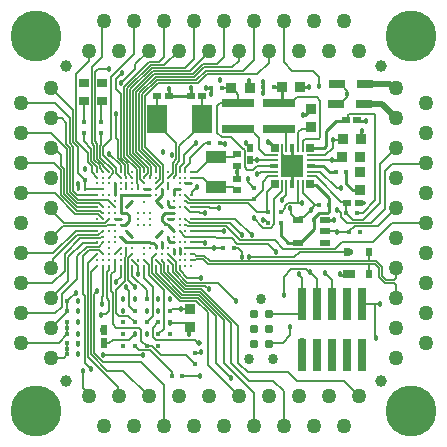
<source format=gtl>
G04*
G04 #@! TF.GenerationSoftware,Altium Limited,Altium Designer,23.0.1 (38)*
G04*
G04 Layer_Physical_Order=1*
G04 Layer_Color=39423*
%FSLAX25Y25*%
%MOIN*%
G70*
G04*
G04 #@! TF.SameCoordinates,619C4872-5915-4C8C-A9D0-E676BC56EADD*
G04*
G04*
G04 #@! TF.FilePolarity,Positive*
G04*
G01*
G75*
%ADD10C,0.02000*%
%ADD15C,0.00500*%
%ADD18C,0.00800*%
%ADD19R,0.05315X0.02756*%
%ADD20R,0.02362X0.02756*%
%ADD21R,0.04331X0.03150*%
%ADD22C,0.01200*%
%ADD23R,0.02559X0.01968*%
%ADD24R,0.06500X0.09449*%
%ADD25R,0.02362X0.03347*%
%ADD26R,0.02559X0.02559*%
%ADD27R,0.02559X0.02559*%
%ADD28R,0.07480X0.07480*%
%ADD29R,0.02756X0.00787*%
%ADD30R,0.02756X0.01575*%
%ADD31R,0.01575X0.02756*%
%ADD32R,0.00787X0.02756*%
%ADD33R,0.03740X0.03543*%
%ADD34R,0.10630X0.03150*%
%ADD35R,0.03543X0.03740*%
%ADD36R,0.01378X0.01772*%
%ADD37R,0.02900X0.11000*%
G04:AMPARAMS|DCode=38|XSize=29mil|YSize=110mil|CornerRadius=7.25mil|HoleSize=0mil|Usage=FLASHONLY|Rotation=0.000|XOffset=0mil|YOffset=0mil|HoleType=Round|Shape=RoundedRectangle|*
%AMROUNDEDRECTD38*
21,1,0.02900,0.09550,0,0,0.0*
21,1,0.01450,0.11000,0,0,0.0*
1,1,0.01450,0.00725,-0.04775*
1,1,0.01450,-0.00725,-0.04775*
1,1,0.01450,-0.00725,0.04775*
1,1,0.01450,0.00725,0.04775*
%
%ADD38ROUNDEDRECTD38*%
%ADD39R,0.03347X0.03150*%
%ADD40R,0.02756X0.02362*%
%ADD41R,0.07087X0.03937*%
%ADD42C,0.01457*%
%ADD43R,0.03347X0.02362*%
%ADD44R,0.01772X0.01378*%
%ADD45R,0.00984X0.01378*%
%ADD46R,0.01968X0.02559*%
%ADD80C,0.02000*%
%ADD81C,0.03100*%
%ADD82C,0.03937*%
%ADD83C,0.01000*%
%ADD84C,0.00600*%
%ADD85C,0.00500*%
%ADD86C,0.03400*%
%ADD87C,0.05000*%
%ADD88C,0.17000*%
%ADD89C,0.01800*%
D10*
X119412Y112321D02*
X125179D01*
X130000Y107500D01*
X129188Y117500D02*
X130000D01*
X119624Y118800D02*
X127888D01*
X129188Y117500D01*
D15*
X87418Y88118D02*
X89295D01*
X85667Y86367D02*
X87418Y88118D01*
X85667Y83667D02*
Y86367D01*
X78875Y123374D02*
X82500Y126999D01*
Y140000D01*
X27500Y126500D02*
Y130000D01*
X23312Y122312D02*
X27500Y126500D01*
X28541Y124541D02*
X32007Y128007D01*
Y139507D01*
X28541Y99264D02*
Y124541D01*
X23312Y100086D02*
Y122312D01*
X25600Y17552D02*
Y23300D01*
Y17552D02*
X27500Y15652D01*
Y15000D02*
Y15652D01*
X113452Y72542D02*
X121619D01*
X126300Y77223D02*
Y89823D01*
X121619Y72542D02*
X126300Y77223D01*
X31720Y42248D02*
X33234D01*
X40716Y41635D02*
X42850Y39500D01*
X44976Y33438D02*
X46787Y31626D01*
X44305Y37770D02*
X44976Y37099D01*
X31488Y42016D02*
X31720Y42248D01*
X37645Y41635D02*
X40716D01*
X36776Y42503D02*
Y50409D01*
X44976Y33438D02*
Y37099D01*
X36776Y42503D02*
X37645Y41635D01*
X38426Y119268D02*
X42990Y123832D01*
X36776Y120580D02*
X38704Y122508D01*
X42500Y128800D02*
Y140000D01*
X35000Y100582D02*
Y121300D01*
X38704Y122508D02*
Y122599D01*
X35000Y121300D02*
X42500Y128800D01*
X59508Y124268D02*
X62500Y127260D01*
Y140000D01*
X118856Y73542D02*
X124750Y79435D01*
X128777Y92300D02*
X139800D01*
X126300Y89823D02*
X128777Y92300D01*
X124750Y92250D02*
X130000Y97500D01*
X124750Y79435D02*
Y92250D01*
X129290Y53500D02*
X130000Y54210D01*
X125179Y55036D02*
Y57986D01*
X123372Y59793D02*
X125179Y57986D01*
Y55036D02*
X126714Y53500D01*
X129290D01*
X112494Y20006D02*
X117500Y15000D01*
X93970Y22853D02*
X96816Y20006D01*
X112494D01*
X81605Y80289D02*
X82092D01*
X82531Y80728D01*
X81603Y80287D02*
X81605Y80289D01*
X61366Y80287D02*
X81603D01*
X44862Y26238D02*
X52500Y18600D01*
Y5000D02*
Y18600D01*
X32295Y26238D02*
X44862D01*
X50071Y55920D02*
X58341Y47650D01*
X50071Y55920D02*
Y58118D01*
X63437Y46650D02*
X67225Y42861D01*
X64265Y48650D02*
X72500Y40415D01*
X48587Y55990D02*
X57927Y46650D01*
X63851Y47650D02*
X69866Y41635D01*
X49937Y58252D02*
X50071Y58118D01*
X58341Y47650D02*
X63851D01*
X57927Y46650D02*
X63437D01*
X58756Y48650D02*
X64265D01*
X69866Y25834D02*
Y41635D01*
X51524Y55881D02*
X58756Y48650D01*
X67225Y25275D02*
Y42861D01*
X48587Y55990D02*
Y60839D01*
X18631Y44741D02*
Y48956D01*
X23600Y53925D01*
Y61505D01*
X32409Y97991D02*
X35000Y100582D01*
X28541Y99264D02*
X29409Y98396D01*
X113359Y76199D02*
Y79287D01*
X113260Y76101D02*
X113359Y76199D01*
X113260Y75904D02*
Y76101D01*
X111804Y66126D02*
X122326D01*
X92390Y64044D02*
X109722D01*
X111804Y66126D01*
X57811Y70063D02*
X59774Y68100D01*
X69776D01*
X75322Y67485D02*
X77070Y65737D01*
X70391Y67485D02*
X75322D01*
X69776Y68100D02*
X70391Y67485D01*
X76349Y74000D02*
X81900Y68449D01*
X61748Y74000D02*
X76349D01*
X65593Y60635D02*
X67435Y58793D01*
X120778D01*
X67849Y59793D02*
X120937D01*
X66007Y61635D02*
X67849Y59793D01*
X63437Y61635D02*
X66007D01*
X63437Y60635D02*
X65593D01*
X66983Y122268D02*
X83770D01*
X87500Y125998D02*
Y130000D01*
X83770Y122268D02*
X87500Y125998D01*
X63353Y120268D02*
X66460Y123374D01*
X78875D01*
X63982Y119268D02*
X66983Y122268D01*
X16134Y82500D02*
X23107Y75527D01*
X32031Y75968D02*
X32221D01*
X31413Y76587D02*
X32031Y75968D01*
X23461Y76587D02*
X31413D01*
X23107Y75527D02*
X30634D01*
X32161Y74000D01*
X18250Y81798D02*
X23461Y76587D01*
X70680Y52650D02*
X76600Y46730D01*
X64568Y76095D02*
X65951D01*
X66200Y75846D01*
X46447Y97804D02*
Y115056D01*
X52287Y86193D02*
Y91964D01*
X46447Y97804D02*
X52287Y91964D01*
X43447Y96423D02*
Y116298D01*
X40570Y89273D02*
Y92229D01*
X38126Y89748D02*
Y91844D01*
X42447Y96009D02*
Y116713D01*
X38447Y94352D02*
X40570Y92229D01*
X40447Y95180D02*
X44600Y91027D01*
X45943Y89805D02*
X46000Y89748D01*
X42447Y96009D02*
X47350Y91106D01*
X39570Y88494D02*
Y91815D01*
X38447Y94352D02*
Y115711D01*
X37263Y94121D02*
Y100311D01*
X43447Y96423D02*
X48350Y91520D01*
X41447Y95595D02*
X45943Y91098D01*
Y89805D02*
Y91098D01*
X44447Y96837D02*
Y115884D01*
X45447Y97251D02*
X51287Y91411D01*
X44600Y87211D02*
Y91027D01*
X39447Y94766D02*
X43539Y90674D01*
X51287Y87161D02*
Y91411D01*
X47350Y89189D02*
Y91106D01*
X45447Y97251D02*
Y115470D01*
X41447Y95595D02*
Y117127D01*
X43539Y85914D02*
Y90674D01*
X44447Y96837D02*
X49937Y91347D01*
X48350Y88775D02*
Y91520D01*
X37263Y94121D02*
X39570Y91815D01*
X49937Y89748D02*
Y91347D01*
X40447Y95180D02*
Y117541D01*
X39447Y94766D02*
Y117955D01*
X34447Y95523D02*
X38126Y91844D01*
X34447Y95523D02*
Y95681D01*
X49937Y83842D02*
X52287Y86193D01*
X57811Y91126D02*
X59170Y92485D01*
Y95140D02*
X63437Y99406D01*
X59170Y92485D02*
Y95140D01*
X59780Y89748D02*
Y91094D01*
X61354Y92669D02*
Y94196D01*
X59780Y91094D02*
X61354Y92669D01*
Y94196D02*
X66336Y99178D01*
X67580D01*
X98497Y103955D02*
X100943D01*
X101448Y104460D01*
X77500Y126744D02*
Y130000D01*
X75355Y124599D02*
X77500Y126744D01*
X66098Y124599D02*
X75355D01*
X65684Y125599D02*
X70258D01*
X62352Y122268D02*
X65684Y125599D01*
X70258D02*
X72500Y127841D01*
X62766Y121268D02*
X66098Y124599D01*
X89438Y80702D02*
X91854Y83119D01*
Y85559D01*
X89438Y79219D02*
Y80702D01*
X101744Y76933D02*
Y77320D01*
X102173Y77749D01*
Y77803D02*
X103030Y78660D01*
X102173Y77749D02*
Y77803D01*
X103030Y78660D02*
X104106D01*
X98941Y82749D02*
Y85559D01*
Y82749D02*
X103030Y78660D01*
X104106D02*
X104225Y78541D01*
X99249Y74473D02*
X101710Y76933D01*
X97725Y74473D02*
X99249D01*
X97493Y74241D02*
X97725Y74473D01*
X94937Y75527D02*
X96922Y73542D01*
X94937Y75527D02*
Y77388D01*
X111507Y74487D02*
X113452Y72542D01*
X110575Y76933D02*
X111507Y76002D01*
Y74487D02*
Y76002D01*
X110380Y76933D02*
X110575D01*
X113260Y75904D02*
X115622Y73542D01*
X118856D01*
X122326Y66126D02*
X128700Y72500D01*
X130000Y47500D02*
Y51790D01*
X126300Y52500D02*
X129290D01*
X130000Y51790D01*
Y54210D02*
Y57500D01*
X124179Y54621D02*
X126300Y52500D01*
X124179Y54621D02*
Y57500D01*
X122886Y58793D02*
X124179Y57500D01*
X120778Y58793D02*
X122886D01*
X120937Y59793D02*
X123372D01*
X77411Y64200D02*
X78518Y63093D01*
X82750Y61404D02*
X83000Y61154D01*
X81100Y61443D02*
X81138Y61404D01*
X83000Y61154D02*
X96017D01*
X78518Y61523D02*
X78598Y61443D01*
X78518Y61523D02*
Y63093D01*
X120778Y58793D02*
X120937Y58634D01*
X81138Y61404D02*
X82750D01*
X120937Y55563D02*
Y58634D01*
Y59793D02*
Y63044D01*
X96017Y61154D02*
X97906Y63044D01*
X87257Y65737D02*
X90090Y62905D01*
X62882Y62189D02*
X63437Y61635D01*
X61748Y62189D02*
X62882D01*
X63022Y60220D02*
X63437Y60635D01*
X61748Y60220D02*
X63022D01*
X118667Y45542D02*
X118709Y45500D01*
X123000D01*
X124600D01*
X123000Y34500D02*
Y45500D01*
X123000Y45500D02*
X123000Y45500D01*
X94688Y35250D02*
Y37927D01*
X87938Y32754D02*
X92191D01*
X94688Y35250D01*
X87600Y32415D02*
X87938Y32754D01*
X36158Y62189D02*
X38126Y64157D01*
X36776Y50409D02*
X39520Y53153D01*
X5000Y102500D02*
X15100D01*
X20250Y97350D01*
X31409Y94437D02*
Y98405D01*
X32409Y95230D02*
Y97991D01*
X31773Y98769D02*
Y102688D01*
X31409Y98405D02*
X31773Y98769D01*
X29663Y99808D02*
Y122910D01*
X30409Y93960D02*
Y99063D01*
X29663Y99808D02*
X30409Y99063D01*
X29409Y93546D02*
Y98396D01*
X25800Y99943D02*
Y102657D01*
Y99943D02*
X28409Y97334D01*
Y93131D02*
Y97334D01*
X29663Y122910D02*
X30745Y123992D01*
X34107D01*
X28409Y93131D02*
X30118Y91422D01*
X32409Y95230D02*
X36776Y90863D01*
X29409Y93546D02*
X31118Y91836D01*
X30409Y93960D02*
X32298Y92071D01*
X31409Y94437D02*
X35539Y90307D01*
X27316Y92810D02*
X28541Y91585D01*
X27316Y92810D02*
Y96082D01*
X23312Y100086D02*
X27316Y96082D01*
X36776Y89130D02*
Y90863D01*
X28541Y89490D02*
Y91585D01*
X92500Y54697D02*
X95058Y57255D01*
X100061D01*
X77070Y65737D02*
X87257D01*
X77991Y66799D02*
X89635D01*
X92390Y64044D01*
X74661Y72500D02*
X78675Y68486D01*
Y68449D02*
Y68486D01*
X73290Y71500D02*
X77991Y66799D01*
X72287Y70063D02*
X72500Y69850D01*
X61748Y70063D02*
X72287D01*
X60501Y71500D02*
X73290D01*
X61279Y72500D02*
X74661D01*
X61748Y77937D02*
X67611D01*
X67911Y77637D01*
X55461Y92475D02*
X56775Y93789D01*
Y99264D01*
X62407Y102780D02*
X65408Y105780D01*
X62304Y102780D02*
X62407D01*
X57775Y93375D02*
Y98251D01*
X62304Y102780D01*
X65408Y105780D02*
Y107254D01*
X53447Y102592D02*
X56775Y99264D01*
X53447Y102592D02*
Y104254D01*
X56461Y92061D02*
X57775Y93375D01*
X56461Y88587D02*
Y92061D01*
X50417Y107284D02*
X53447Y104254D01*
X42990Y123832D02*
Y125490D01*
X47500Y130000D01*
X52500Y127800D02*
Y140000D01*
X50968Y126268D02*
X52500Y127800D01*
X72500Y127841D02*
Y140000D01*
X92500Y126319D02*
Y140000D01*
Y126319D02*
X95445Y123374D01*
X102244D01*
X104227Y121391D01*
Y118313D02*
Y121391D01*
X124042Y71542D02*
X130000Y77500D01*
X116135Y71542D02*
X124042D01*
X38126Y54765D02*
Y58252D01*
X36650Y53289D02*
X38126Y54765D01*
X34189Y56945D02*
Y58252D01*
X33635Y56391D02*
X34189Y56945D01*
X33635Y47506D02*
Y56391D01*
Y47506D02*
X34411Y46730D01*
X36650Y52937D02*
Y53289D01*
X35000Y50005D02*
Y55563D01*
Y50005D02*
X35650Y49355D01*
X35000Y55563D02*
X36158Y56721D01*
X46000Y54285D02*
X48968Y51317D01*
Y41681D02*
Y51317D01*
X46000Y54285D02*
Y58252D01*
X42063Y54848D02*
Y58252D01*
X46787Y47374D02*
Y50123D01*
X42063Y54848D02*
X46787Y50123D01*
X44032Y55600D02*
Y58252D01*
X52524Y37363D02*
Y50183D01*
X47587Y55120D02*
X52524Y50183D01*
X46787Y39500D02*
X48968Y41681D01*
X46787Y43413D02*
Y43437D01*
Y43413D02*
X46800Y43400D01*
X48968Y34462D02*
Y37744D01*
X50724Y39500D01*
X74900Y26084D02*
Y39429D01*
X80984Y20000D02*
X89091D01*
X74900Y26084D02*
X80984Y20000D01*
X60007Y51650D02*
X66427D01*
X67504Y50572D01*
X57811Y56817D02*
Y58252D01*
X60329Y54300D02*
X64862D01*
X57811Y56817D02*
X60329Y54300D01*
X55461Y56195D02*
Y58634D01*
X60421Y52650D02*
X70680D01*
X56461Y56609D02*
Y59661D01*
X59592Y50650D02*
X65093D01*
X52524Y56295D02*
Y59412D01*
X51524Y55881D02*
Y58634D01*
X55461Y56195D02*
X60007Y51650D01*
X53874Y56368D02*
Y58252D01*
X56461Y56609D02*
X60421Y52650D01*
X59170Y49650D02*
X64679D01*
X53874Y56368D02*
X59592Y50650D01*
X52524Y56295D02*
X59170Y49650D01*
X47587Y55120D02*
Y58634D01*
X53874Y60220D02*
X55461Y58634D01*
X53933Y62189D02*
X56461Y59661D01*
X53874Y62189D02*
X53933D01*
X22353Y83351D02*
Y98075D01*
X21162Y99266D02*
Y106088D01*
X20250Y82626D02*
Y97350D01*
X20112Y98902D02*
X21250Y97764D01*
X21162Y99266D02*
X22353Y98075D01*
X18631Y107500D02*
X20112Y106018D01*
X21250Y83040D02*
Y97764D01*
X20112Y98902D02*
Y106018D01*
X28316Y28803D02*
X33719Y23400D01*
X39100D01*
X47500Y15000D01*
X35650Y38897D02*
X36776Y37770D01*
X35650Y38897D02*
Y49355D01*
X40100Y51048D02*
Y51400D01*
X41056Y44987D02*
X42606Y43437D01*
X41056Y44987D02*
Y50092D01*
X40100Y51048D02*
X41056Y50092D01*
X101094Y56222D02*
X101362D01*
X100061Y57255D02*
X101094Y56222D01*
X98667Y45542D02*
Y54438D01*
X97500Y55604D02*
Y55605D01*
X101362Y56222D02*
X103667Y53917D01*
X97500Y55604D02*
X98667Y54438D01*
X75972Y64200D02*
X77411D01*
X92006Y80629D02*
X93429Y82051D01*
Y85559D01*
X92006Y80287D02*
Y80629D01*
X95740Y79225D02*
X97414D01*
X94004Y79287D02*
X95678D01*
X94688Y77637D02*
X94937Y77388D01*
X93038Y77448D02*
Y78320D01*
X95678Y79287D02*
X95740Y79225D01*
X97414D02*
Y85511D01*
X91835Y76245D02*
X93038Y77448D01*
Y78320D02*
X94004Y79287D01*
X97414Y79225D02*
X98631D01*
X61354Y76362D02*
X64300D01*
X64568Y76095D01*
X16297Y112500D02*
X21162Y107635D01*
X15000Y107500D02*
X18631D01*
X21162Y106088D02*
Y107635D01*
X34107Y123992D02*
X34151Y123948D01*
X26404Y84039D02*
X26601Y83842D01*
X32221D01*
Y48240D02*
Y58252D01*
X32194Y28672D02*
X32266Y28600D01*
X45477D01*
X31841Y47861D02*
X32221Y48240D01*
X31841Y45500D02*
Y47861D01*
X33234Y42248D02*
X34411Y43425D01*
Y46730D01*
X29316Y29217D02*
Y48856D01*
X30118Y49658D02*
Y49799D01*
X29316Y48856D02*
X30118Y49658D01*
X27316Y59253D02*
X30252Y62189D01*
X27316Y28006D02*
Y59253D01*
X26316Y25942D02*
X28158Y24100D01*
X25700Y48956D02*
X26316Y48340D01*
X27316Y28006D02*
X37365Y17957D01*
X28316Y56316D02*
X30252Y58252D01*
X28316Y28803D02*
Y56316D01*
X29316Y29217D02*
X32295Y26238D01*
X26316Y25942D02*
Y48340D01*
X48968Y34462D02*
X49830Y33600D01*
X62876D02*
X63961Y32515D01*
X64265D01*
X49830Y33600D02*
X62876D01*
X59959Y28600D02*
X62831Y25728D01*
X51660Y28600D02*
X59959D01*
X62831Y25728D02*
X63028D01*
X46787Y31626D02*
X48634D01*
X51660Y28600D01*
X44329Y30148D02*
X47918D01*
X55223Y22843D01*
Y21505D02*
Y22843D01*
X45477Y28600D02*
X45579Y28498D01*
X58772Y21500D02*
X64679D01*
X55223Y21505D02*
X55228Y21500D01*
X42850Y31626D02*
X44329Y30148D01*
X37365Y15135D02*
X37500Y15000D01*
X37365Y15135D02*
Y17957D01*
X21068Y47285D02*
X23134Y49351D01*
X20867Y47285D02*
X21068D01*
X20428Y46650D02*
Y46847D01*
X20867Y47285D01*
X20428Y43139D02*
Y46650D01*
Y30707D02*
Y32500D01*
Y29000D02*
Y30707D01*
Y28803D02*
Y29000D01*
X20428Y32500D02*
X20428Y32500D01*
Y37534D02*
Y39500D01*
Y35648D02*
Y37534D01*
Y35451D02*
Y35648D01*
X20428Y39500D02*
X20428Y39500D01*
X16390Y42500D02*
X18631Y44741D01*
X27752Y63539D02*
X30871D01*
X25700Y61487D02*
X27752Y63539D01*
X23600Y61505D02*
X26795Y64700D01*
X30795D01*
X20650Y53150D02*
Y61154D01*
X25497Y66001D01*
X30127D01*
X24775Y67485D02*
X31421D01*
X19632Y62342D02*
X24775Y67485D01*
X15717Y62500D02*
X23280Y70063D01*
X30252D01*
X15000Y67500D02*
X19100Y71600D01*
X33203D01*
X19431Y72600D02*
X32789D01*
X15000Y77031D02*
X19431Y72600D01*
X26404Y84039D02*
Y86986D01*
X26336Y87055D02*
X26404Y86986D01*
X22353Y83351D02*
X23697Y82008D01*
X15000Y77031D02*
Y77500D01*
X18250Y91711D02*
Y95279D01*
X15000Y97500D02*
X16029D01*
X18250Y95279D01*
X5300Y112500D02*
X16297D01*
X90499Y117811D02*
X92006D01*
X55843Y87779D02*
Y87969D01*
X56461Y88587D01*
X55461Y89367D02*
Y92475D01*
X53874Y87779D02*
X55461Y89367D01*
X50417Y107284D02*
Y115102D01*
X65307Y107355D02*
Y115102D01*
Y107355D02*
X65408Y107254D01*
X139800Y92300D02*
X140000Y92500D01*
X114395Y69605D02*
Y69802D01*
X116135Y71542D01*
X110308Y69605D02*
X114395D01*
X115044Y63044D02*
X115100Y63100D01*
X113450Y63044D02*
X115044D01*
X36650Y100925D02*
Y108949D01*
Y100925D02*
X37263Y100311D01*
X39447Y117955D02*
X47759Y126268D01*
X40447Y117541D02*
X48174Y125268D01*
X41447Y117127D02*
X48588Y124268D01*
X44447Y115884D02*
X49830Y121268D01*
X45447Y115470D02*
X50245Y120268D01*
X36776Y117382D02*
X38447Y115711D01*
X43447Y116298D02*
X49416Y122268D01*
X46447Y115056D02*
X50659Y119268D01*
X42447Y116713D02*
X49002Y123268D01*
X36776Y117382D02*
Y120580D01*
Y89130D02*
X38126Y87779D01*
X35539Y89130D02*
Y90307D01*
X34189Y87779D02*
X35539Y89130D01*
X32007Y139507D02*
X32500Y140000D01*
X31118Y90851D02*
Y91836D01*
X30118Y89882D02*
X30252Y89748D01*
X32298Y91639D02*
X34189Y89748D01*
X31118Y90851D02*
X32221Y89748D01*
X32298Y91639D02*
Y92071D01*
X30118Y89882D02*
Y91422D01*
X48588Y124268D02*
X59508D01*
X49830Y121268D02*
X62766D01*
X47759Y126268D02*
X50968D01*
X50659Y119268D02*
X63982D01*
X49416Y122268D02*
X62352D01*
X50245Y120268D02*
X63353D01*
X49002Y123268D02*
X61216D01*
X48174Y125268D02*
X52768D01*
X61216Y123268D02*
X67500Y129552D01*
Y130000D01*
X52768Y125268D02*
X57500Y130000D01*
X39570Y88494D02*
X40095Y87969D01*
X40570Y89273D02*
X42063Y87779D01*
X40095D02*
Y87969D01*
X43539Y85914D02*
X44032Y85422D01*
X44600Y87211D02*
X46000Y85811D01*
X28541Y89490D02*
X30252Y87779D01*
X19250Y82212D02*
Y90711D01*
X18250Y91711D02*
X19250Y90711D01*
X16047Y92500D02*
X18250Y90297D01*
Y81798D02*
Y90297D01*
X23589Y79287D02*
X30871D01*
X20250Y82626D02*
X23589Y79287D01*
X19250Y82212D02*
X23525Y77937D01*
X23697Y82008D02*
X30118D01*
X24003Y80287D02*
X33808D01*
X5000Y82500D02*
X16134D01*
X21250Y83040D02*
X24003Y80287D01*
X23525Y77937D02*
X30252D01*
X20428Y42942D02*
Y43139D01*
X15000Y37500D02*
Y37514D01*
X20428Y42942D01*
X17477Y32500D02*
X20428Y35451D01*
X5000Y32500D02*
X17477D01*
X15000Y27500D02*
X19125D01*
X20428Y28803D01*
X20428Y46650D02*
X20428Y46650D01*
X25700Y48956D02*
Y61487D01*
X30127Y66001D02*
X30252Y66126D01*
X5000Y42500D02*
X16390D01*
X15000Y47500D02*
X20650Y53150D01*
X30871Y63539D02*
X32221Y62189D01*
X5000Y52500D02*
X15436D01*
X19632Y56696D01*
Y62342D01*
X15640Y60750D02*
X23491Y68602D01*
X31421Y67485D02*
X32031Y68094D01*
X32221D01*
X30759Y68602D02*
X32221Y70063D01*
X23491Y68602D02*
X30759D01*
X15640Y58139D02*
Y60750D01*
X15000Y57500D02*
X15640Y58139D01*
X5000Y62500D02*
X15717D01*
X33203Y71600D02*
X33635Y72031D01*
X32789Y72600D02*
X34189Y74000D01*
X5000Y92500D02*
X16047D01*
X30118Y82008D02*
X30252Y81874D01*
X33808Y80287D02*
X36158Y77937D01*
X46000Y87779D02*
Y87839D01*
X48102Y87914D02*
Y88527D01*
X47969Y87779D02*
X48102Y87914D01*
Y88527D02*
X48350Y88775D01*
X46000Y87839D02*
X47350Y89189D01*
X59780Y74000D02*
X61279Y72500D01*
X59780Y72031D02*
X59969D01*
X60501Y71500D01*
X97366Y85559D02*
X97414Y85511D01*
X83634Y88826D02*
X83986D01*
X84852Y89693D02*
X89295D01*
X83986Y88826D02*
X84852Y89693D01*
X82531Y74241D02*
X85770Y71003D01*
X88311D01*
X61882Y82008D02*
Y83061D01*
X63593Y84772D01*
X61748Y81874D02*
X61882Y82008D01*
X88311Y71003D02*
X89438Y72129D01*
Y79219D01*
X96922Y73542D02*
X97414D01*
X75816Y94614D02*
X76803Y95601D01*
X70034Y94614D02*
X75816D01*
X76803Y95601D02*
X77000D01*
X70034Y84772D02*
X75540D01*
X76803Y83508D01*
X77000D01*
X68459Y84772D02*
X70034D01*
X61748Y87779D02*
X65451D01*
X68459Y84772D01*
X63593Y89748D02*
X68459Y94614D01*
X70034D01*
X61748Y89748D02*
X63593D01*
X91638Y76245D02*
X91835D01*
X83634D02*
X87285D01*
X87374D01*
X86846Y76684D02*
X87285Y76245D01*
X86846Y76684D02*
Y83110D01*
X82650Y80650D02*
X85667Y83667D01*
X86846Y83110D02*
X89492Y85756D01*
X80591Y79287D02*
X83634Y76245D01*
X60588Y79287D02*
X80591D01*
X67911Y77637D02*
X71000D01*
X59969Y79905D02*
X60588Y79287D01*
X59780Y81874D02*
X61366Y80287D01*
X59780Y79905D02*
X59969D01*
X123000Y34500D02*
X123200Y34300D01*
X92500Y48649D02*
Y54697D01*
X97467Y42415D02*
X98667Y43615D01*
Y45542D01*
X87600Y42415D02*
X97467D01*
X77420Y25904D02*
Y38323D01*
X65093Y50650D02*
X77420Y38323D01*
Y25904D02*
X80471Y22853D01*
X128700Y72500D02*
X140000D01*
X69351Y64200D02*
X72428D01*
X59822D02*
X69351D01*
X97906Y63044D02*
X113450D01*
X72428Y64003D02*
Y64200D01*
X106272Y55950D02*
X108667Y53555D01*
Y45542D02*
Y53555D01*
X103667Y45542D02*
Y53917D01*
X59780Y64157D02*
X59822Y64200D01*
X80471Y22853D02*
X93970D01*
X64679Y49650D02*
X74900Y39429D01*
X72500Y25871D02*
Y40415D01*
X67225Y25275D02*
X77500Y15000D01*
X72500Y25871D02*
X82500Y15871D01*
Y5000D02*
Y15871D01*
X97500Y15000D02*
Y15936D01*
X92500Y5000D02*
Y16591D01*
X89091Y20000D02*
X92500Y16591D01*
X69866Y25834D02*
X74900Y20800D01*
X50724Y35563D02*
X52524Y37363D01*
X28158Y24100D02*
X28400D01*
X36776Y37770D02*
X44305D01*
X36158Y56721D02*
Y60220D01*
X50724Y43400D02*
Y43437D01*
X44032Y60031D02*
Y60220D01*
X42606Y43437D02*
X42850D01*
X39520Y53153D02*
Y61060D01*
X42063Y60220D02*
X44032Y58252D01*
X40713Y53487D02*
X42800Y51400D01*
X40713Y53487D02*
Y60839D01*
X42063Y62189D01*
X65700Y115102D02*
X65897Y115299D01*
X49937Y60220D02*
X51524Y58634D01*
X51906Y60031D02*
X52524Y59412D01*
X51906Y60031D02*
Y60220D01*
X46000D02*
X47587Y58634D01*
X48587Y60839D02*
X49937Y62189D01*
X39520Y61060D02*
X40095Y61635D01*
Y64157D01*
X33635Y72031D02*
X36158D01*
X32161Y74000D02*
X32221D01*
X30871Y79287D02*
X32221Y77937D01*
X49937Y85811D02*
X51287Y87161D01*
X53874Y83842D02*
Y85811D01*
X40095Y83842D02*
Y85811D01*
X46000D02*
X46000D01*
X44032Y83842D02*
Y85422D01*
X57811Y89748D02*
Y91126D01*
X61748Y66126D02*
X66102D01*
X30795Y64700D02*
X32221Y66126D01*
X59780Y77937D02*
X61354Y76362D01*
X112138Y100412D02*
X112237Y100511D01*
X108930Y100412D02*
X112138D01*
X97366Y102825D02*
X98497Y103955D01*
X97366Y97764D02*
Y102825D01*
X106379Y95205D02*
X108831Y97656D01*
X101500Y95205D02*
X106379D01*
X108831Y97656D02*
Y100314D01*
X106272Y69802D02*
X110111D01*
X110308Y69605D01*
D18*
X23950Y28875D02*
X23972Y28896D01*
X23950Y35563D02*
X23972Y35585D01*
Y28896D02*
Y29000D01*
Y35585D02*
Y35648D01*
X122531Y108949D02*
X123000Y108481D01*
X118897Y76101D02*
X123000Y80204D01*
Y108481D01*
X114437Y108949D02*
X122531D01*
X84309Y97178D02*
Y101038D01*
X86283Y95205D02*
X89295D01*
X84309Y97178D02*
X86283Y95205D01*
X110135Y84302D02*
X111752D01*
X104745Y89693D02*
X110135Y84302D01*
X101500Y88118D02*
X103390D01*
X111741Y79766D01*
X113084Y79287D02*
Y79555D01*
X112873Y79766D02*
X113084Y79555D01*
X111741Y79766D02*
X112873D01*
X92123Y113623D02*
X96016D01*
X96947Y114554D01*
X90948Y112448D02*
X92123Y113623D01*
X90948Y112448D02*
X91032D01*
X75200Y117653D02*
X76571Y116281D01*
Y116183D02*
Y116281D01*
Y116183D02*
X77420Y115334D01*
X71805Y117653D02*
X75200D01*
X77420Y112848D02*
Y115334D01*
X77214Y112642D02*
X77420Y112848D01*
X96947Y114554D02*
X103449D01*
X104745Y113258D01*
X70391Y102753D02*
Y111659D01*
X71374Y112642D02*
X77214D01*
X70391Y111659D02*
X71374Y112642D01*
X70391Y102753D02*
X71873Y101271D01*
X75099D01*
X78598Y97772D01*
X55432Y44030D02*
X58393D01*
X54661Y43437D02*
X54839D01*
X55432Y44030D01*
X104745Y101271D02*
Y113258D01*
X104181Y100707D02*
X104745Y101271D01*
X99646Y100707D02*
X104181D01*
X98941Y97764D02*
Y100003D01*
X99646Y100707D01*
X111455Y118800D02*
X113475Y116780D01*
Y115520D02*
X113667Y115711D01*
X113475Y114554D02*
Y115520D01*
Y115903D02*
Y116780D01*
X111243Y112321D02*
X113475Y114554D01*
Y115903D02*
X113667Y115711D01*
X110176Y118800D02*
X111455D01*
X109963Y112321D02*
X111243D01*
X54661Y39500D02*
X54764Y39397D01*
X34447Y32515D02*
X35533Y33600D01*
X40887D02*
X42850Y35563D01*
X35533Y33600D02*
X40887D01*
X32500Y32515D02*
X34447D01*
X78598Y97772D02*
X78662D01*
X79562Y96871D01*
Y91169D02*
Y96871D01*
Y91169D02*
X80355Y90376D01*
X83724Y91661D02*
X89295D01*
X82439Y90376D02*
X83724Y91661D01*
X80355Y90376D02*
X82439D01*
X113969Y108481D02*
X114437Y108949D01*
X113969Y107207D02*
Y108481D01*
X113573Y106811D02*
X113969Y107207D01*
X113278Y106811D02*
X113573D01*
X116804Y76101D02*
X118897D01*
X90948Y104187D02*
X92254D01*
X93429Y103012D01*
Y97764D02*
Y103012D01*
X83600Y93630D02*
X89295D01*
X81553D02*
X83600D01*
X81447Y93736D02*
X81553Y93630D01*
X77420Y104187D02*
X81160D01*
X84309Y101038D01*
X98733Y28609D02*
X98941D01*
X98667Y28542D02*
X98733Y28609D01*
X61000Y35500D02*
Y35506D01*
X61142Y35648D01*
Y37715D01*
X61354Y37927D01*
X54764Y39397D02*
X59983D01*
X61354Y38026D01*
Y37927D02*
Y38026D01*
X58393Y44030D02*
X61354D01*
X101500Y89693D02*
X104745D01*
X101509Y93621D02*
X108667D01*
X91861Y95198D02*
Y97757D01*
D19*
X119412Y112321D02*
D03*
X109963D02*
D03*
X110176Y118800D02*
D03*
X119624D02*
D03*
D20*
X113450Y63044D02*
D03*
X120937D02*
D03*
Y55563D02*
D03*
D21*
X114237D02*
D03*
D22*
X32221Y89748D02*
D03*
X34189D02*
D03*
X38126D02*
D03*
X42063D02*
D03*
X46000D02*
D03*
X49937D02*
D03*
X53874D02*
D03*
X57811D02*
D03*
X61748D02*
D03*
X30252Y87779D02*
D03*
X32221D02*
D03*
X34189D02*
D03*
X38126D02*
D03*
X40095D02*
D03*
X42063D02*
D03*
X46000D02*
D03*
X47969D02*
D03*
X49937D02*
D03*
X53874D02*
D03*
X55843D02*
D03*
X57811D02*
D03*
X59780D02*
D03*
X61748D02*
D03*
X30252Y85811D02*
D03*
X32221D02*
D03*
X34189D02*
D03*
X36158D02*
D03*
X38126D02*
D03*
X42063D02*
D03*
X46000D02*
D03*
X49937D02*
D03*
X53874D02*
D03*
X57811D02*
D03*
X59780D02*
D03*
X61748D02*
D03*
X32221Y83842D02*
D03*
X38126D02*
D03*
X40095D02*
D03*
X42063D02*
D03*
X44032D02*
D03*
X46000D02*
D03*
X49937D02*
D03*
X51906D02*
D03*
X53874D02*
D03*
X57811D02*
D03*
X30252Y81874D02*
D03*
X32221D02*
D03*
X34189D02*
D03*
X36158D02*
D03*
X40095D02*
D03*
X44032D02*
D03*
X47969D02*
D03*
X51906D02*
D03*
X55843D02*
D03*
X57811D02*
D03*
X59780D02*
D03*
X61748D02*
D03*
X36158Y79905D02*
D03*
X38126D02*
D03*
X42063D02*
D03*
X49937D02*
D03*
X53874D02*
D03*
X55843D02*
D03*
X59780D02*
D03*
X30252Y77937D02*
D03*
X32221D02*
D03*
X34189D02*
D03*
X36158D02*
D03*
X40095D02*
D03*
X51906D02*
D03*
X55843D02*
D03*
X57811D02*
D03*
X59780D02*
D03*
X61748D02*
D03*
X32221Y75968D02*
D03*
X38126D02*
D03*
X44032D02*
D03*
X46000D02*
D03*
X47969D02*
D03*
X53874D02*
D03*
X55843D02*
D03*
X32221Y74000D02*
D03*
X34189D02*
D03*
X36158D02*
D03*
X44032D02*
D03*
X47969D02*
D03*
X55843D02*
D03*
X57811D02*
D03*
X59780D02*
D03*
X61748D02*
D03*
X36158Y72031D02*
D03*
X38126D02*
D03*
X44032D02*
D03*
X46000D02*
D03*
X47969D02*
D03*
X53874D02*
D03*
X59780D02*
D03*
X30252Y70063D02*
D03*
X32221D02*
D03*
X34189D02*
D03*
X36158D02*
D03*
X40095D02*
D03*
X51906D02*
D03*
X55843D02*
D03*
X57811D02*
D03*
X59780D02*
D03*
X61748D02*
D03*
X32221Y68094D02*
D03*
X36158D02*
D03*
X38126D02*
D03*
X42063D02*
D03*
X49937D02*
D03*
X53874D02*
D03*
X55843D02*
D03*
X30252Y66126D02*
D03*
X32221D02*
D03*
X34189D02*
D03*
X36158D02*
D03*
X40095D02*
D03*
X44032D02*
D03*
X47969D02*
D03*
X51906D02*
D03*
X55843D02*
D03*
X57811D02*
D03*
X59780D02*
D03*
X61748D02*
D03*
X34189Y64157D02*
D03*
X38126D02*
D03*
X40095D02*
D03*
X42063D02*
D03*
X46000D02*
D03*
X47969D02*
D03*
X49937D02*
D03*
X51906D02*
D03*
X53874D02*
D03*
X59780D02*
D03*
X30252Y62189D02*
D03*
X32221D02*
D03*
X34189D02*
D03*
X38126D02*
D03*
X42063D02*
D03*
X46000D02*
D03*
X49937D02*
D03*
X53874D02*
D03*
X55843D02*
D03*
X57811D02*
D03*
X59780D02*
D03*
X61748D02*
D03*
X30252Y60220D02*
D03*
X32221D02*
D03*
X34189D02*
D03*
X36158D02*
D03*
X38126D02*
D03*
X42063D02*
D03*
X44032D02*
D03*
X46000D02*
D03*
X49937D02*
D03*
X51906D02*
D03*
X53874D02*
D03*
X57811D02*
D03*
X59780D02*
D03*
X61748D02*
D03*
X30252Y58252D02*
D03*
X32221D02*
D03*
X34189D02*
D03*
X38126D02*
D03*
X42063D02*
D03*
X46000D02*
D03*
X49937D02*
D03*
X53874D02*
D03*
X57811D02*
D03*
X59780D02*
D03*
X61748D02*
D03*
X30252Y74000D02*
D03*
Y89748D02*
D03*
X59780D02*
D03*
X36158Y81874D02*
D03*
X38126Y81912D02*
D03*
X42063Y64157D02*
D03*
X38126Y72031D02*
D03*
Y74000D02*
D03*
X119222Y79512D02*
D03*
X115545Y83632D02*
D03*
X118100Y83502D02*
D03*
Y89653D02*
D03*
X57811Y87779D02*
D03*
X117938Y69605D02*
D03*
X57799Y60220D02*
D03*
X38126D02*
D03*
X32221D02*
D03*
X34189Y70063D02*
D03*
X36158Y66126D02*
D03*
X34189D02*
D03*
X36140Y75963D02*
D03*
X30252Y74000D02*
D03*
X42016Y85811D02*
D03*
X42063Y83842D02*
D03*
X36158Y68094D02*
D03*
X44045Y60207D02*
D03*
X55843Y79905D02*
D03*
Y81874D02*
D03*
X61748Y85811D02*
D03*
X50000Y81900D02*
D03*
X57811Y81874D02*
D03*
X59780Y85811D02*
D03*
X53874Y79905D02*
D03*
X49937D02*
D03*
X47969Y83842D02*
D03*
X57811Y85811D02*
D03*
X53874D02*
D03*
X38126Y79905D02*
D03*
Y83842D02*
D03*
Y85811D02*
D03*
X40095D02*
D03*
X36158D02*
D03*
X42100Y79900D02*
D03*
X47969Y64157D02*
D03*
X49937D02*
D03*
X55900Y64100D02*
D03*
X52004Y62189D02*
D03*
X53874Y64157D02*
D03*
X51906D02*
D03*
X57811D02*
D03*
X59780Y66126D02*
D03*
Y62189D02*
D03*
X44032Y75968D02*
D03*
X46000Y62189D02*
D03*
Y64157D02*
D03*
X44032Y72031D02*
D03*
X46000D02*
D03*
X46098Y79512D02*
D03*
X46000Y75968D02*
D03*
X44032Y66126D02*
D03*
Y74000D02*
D03*
X42063Y68094D02*
D03*
X59780Y87779D02*
D03*
X49937D02*
D03*
X53874Y89748D02*
D03*
Y74000D02*
D03*
X59780Y70063D02*
D03*
X57811Y72031D02*
D03*
X47969Y75968D02*
D03*
X51906Y70063D02*
D03*
X53874Y68094D02*
D03*
Y72031D02*
D03*
Y75968D02*
D03*
X47969Y72031D02*
D03*
Y74000D02*
D03*
X36158Y70063D02*
D03*
X38126Y75968D02*
D03*
X36158Y62189D02*
D03*
X38100Y68100D02*
D03*
X38126Y62189D02*
D03*
X34189Y64157D02*
D03*
X32221Y85811D02*
D03*
X34200Y75900D02*
D03*
X34189Y81889D02*
D03*
Y85811D02*
D03*
Y62189D02*
D03*
D23*
X50417Y115102D02*
D03*
X54157D02*
D03*
X65307D02*
D03*
X61567D02*
D03*
X117492Y79435D02*
D03*
X113752D02*
D03*
X117018Y106811D02*
D03*
X113278D02*
D03*
D24*
X50447Y107254D02*
D03*
X65408D02*
D03*
D25*
X32500Y32515D02*
D03*
Y37042D02*
D03*
D26*
X101303Y85756D02*
D03*
X89492D02*
D03*
D27*
Y97567D02*
D03*
X101303D02*
D03*
D28*
X95398Y91661D02*
D03*
D29*
X101500Y89693D02*
D03*
Y88118D02*
D03*
X89295Y89693D02*
D03*
X101500Y93630D02*
D03*
Y95205D02*
D03*
X89295D02*
D03*
Y93630D02*
D03*
Y88118D02*
D03*
D30*
X101500Y91661D02*
D03*
X89295D02*
D03*
D31*
X95398Y85559D02*
D03*
Y97764D02*
D03*
D32*
X97366Y85559D02*
D03*
X98941Y97764D02*
D03*
X97366D02*
D03*
X93429D02*
D03*
X91854D02*
D03*
X98941Y85559D02*
D03*
X93429D02*
D03*
X91854D02*
D03*
D33*
X118340Y100511D02*
D03*
X112237D02*
D03*
X117999Y94511D02*
D03*
X111897D02*
D03*
X98109Y117811D02*
D03*
X92006D02*
D03*
X81204Y117653D02*
D03*
X75101D02*
D03*
D34*
X77420Y103887D02*
D03*
Y112548D02*
D03*
X90948Y103887D02*
D03*
Y112548D02*
D03*
D35*
X118100Y89604D02*
D03*
Y83502D02*
D03*
X61354Y37927D02*
D03*
Y44030D02*
D03*
X101448Y104460D02*
D03*
Y110562D02*
D03*
D36*
X104225Y78541D02*
D03*
X107768D02*
D03*
X109828Y89500D02*
D03*
X113372D02*
D03*
X58772Y21500D02*
D03*
X55228D02*
D03*
X23972Y32500D02*
D03*
X20428D02*
D03*
X23972Y39500D02*
D03*
X20428D02*
D03*
X23972Y46650D02*
D03*
X20428D02*
D03*
X117938Y69605D02*
D03*
X114395D02*
D03*
X72428Y64200D02*
D03*
X75972D02*
D03*
X20428Y35648D02*
D03*
X23972D02*
D03*
X67580Y99178D02*
D03*
X113260Y76101D02*
D03*
X116804D02*
D03*
X89272Y117811D02*
D03*
X85728D02*
D03*
X71805Y117653D02*
D03*
X68262D02*
D03*
X20428Y43139D02*
D03*
X23972D02*
D03*
X71123Y99178D02*
D03*
X20428Y29000D02*
D03*
X23972D02*
D03*
D37*
X118667Y45542D02*
D03*
X113667D02*
D03*
X108667D02*
D03*
X103667D02*
D03*
X98667D02*
D03*
X103667Y28542D02*
D03*
X108667D02*
D03*
X113667D02*
D03*
X118667D02*
D03*
D38*
X98667D02*
D03*
D39*
X25993Y113429D02*
D03*
Y119335D02*
D03*
X32087Y113429D02*
D03*
Y119335D02*
D03*
D40*
X77000Y95601D02*
D03*
Y91664D02*
D03*
Y87445D02*
D03*
Y83508D02*
D03*
D41*
X70034Y94614D02*
D03*
Y84772D02*
D03*
D42*
X38913Y47374D02*
D03*
X42850D02*
D03*
X46787D02*
D03*
X50724D02*
D03*
X54661D02*
D03*
X38913Y43437D02*
D03*
X42850D02*
D03*
X46787D02*
D03*
X50724D02*
D03*
X54661D02*
D03*
X38913Y39500D02*
D03*
X42850D02*
D03*
X46787D02*
D03*
X50724D02*
D03*
X54661D02*
D03*
X38913Y35563D02*
D03*
X42850D02*
D03*
X46787D02*
D03*
X50724D02*
D03*
X54661D02*
D03*
X38913Y31626D02*
D03*
X42850D02*
D03*
X46787D02*
D03*
X50724D02*
D03*
D43*
X97414Y66062D02*
D03*
Y73542D02*
D03*
X106272D02*
D03*
Y69802D02*
D03*
Y66062D02*
D03*
D44*
X63028Y25728D02*
D03*
Y29272D02*
D03*
X26336Y90598D02*
D03*
Y87055D02*
D03*
X31773Y106232D02*
D03*
Y102688D02*
D03*
X25800Y106200D02*
D03*
Y102657D02*
D03*
X91638Y72701D02*
D03*
Y76245D02*
D03*
X82531Y80728D02*
D03*
Y84272D02*
D03*
X87374Y76245D02*
D03*
Y72701D02*
D03*
D45*
X26404Y84039D02*
D03*
X24004D02*
D03*
D46*
X81447Y93736D02*
D03*
Y97476D02*
D03*
D80*
X64265Y32515D02*
D03*
D81*
X87600Y37415D02*
D03*
X82600Y32415D02*
D03*
X87600D02*
D03*
X82600Y37415D02*
D03*
X87600Y42415D02*
D03*
X82600D02*
D03*
D82*
X20000Y125000D02*
D03*
X125000Y20000D02*
D03*
X20000D02*
D03*
X125000Y125000D02*
D03*
D83*
X85700Y117834D02*
X85728Y117862D01*
X85698Y117832D02*
Y117893D01*
X85532Y117811D02*
Y118008D01*
X85698Y117893D02*
Y119304D01*
X85628Y116003D02*
Y117826D01*
Y116003D02*
X85698D01*
X85667Y119335D02*
X85698Y119304D01*
X23972Y32437D02*
Y32500D01*
X23950Y32415D02*
X23972Y32437D01*
X38126Y81912D02*
X40056D01*
X38126Y79905D02*
Y81912D01*
X40056D02*
X40095Y81874D01*
X38126Y75968D02*
Y79905D01*
X39570Y72070D02*
X40900Y73400D01*
X38126Y72031D02*
X38164Y72070D01*
X39570D01*
X40900Y73400D02*
Y75163D01*
X36158Y74000D02*
X38126D01*
X107182Y76102D02*
X107768Y76688D01*
X102500Y70627D02*
Y73637D01*
Y74378D02*
X104225Y76102D01*
X102500Y73637D02*
Y74378D01*
X94062Y66062D02*
X97414D01*
X97935D01*
X104225Y76102D02*
X107182D01*
X97935Y66062D02*
X102500Y70627D01*
X107768Y76688D02*
Y78541D01*
Y80900D01*
X115978Y83632D02*
X117969D01*
X115499D02*
X115545D01*
X113372Y85759D02*
Y89500D01*
Y85759D02*
X115499Y83632D01*
X117886Y79435D02*
Y79526D01*
X117492Y79919D02*
X117886Y79526D01*
Y79435D02*
X119146D01*
X117492D02*
X117886D01*
X119146D02*
X119222Y79512D01*
X117969Y83632D02*
X118100Y83502D01*
Y94400D02*
Y94410D01*
X117999Y94511D02*
X118100Y94410D01*
X118124Y89628D02*
X118198Y89702D01*
X118100Y89604D02*
Y89653D01*
X105662Y91661D02*
X107823Y89500D01*
X109828D01*
X101500Y91661D02*
X105662D01*
X90948Y112848D02*
X92006Y113907D01*
X85698Y117893D02*
X85728Y117862D01*
X71123Y99178D02*
X72765D01*
X72851Y99092D01*
X68244Y117635D02*
X68262Y117653D01*
X66650Y117635D02*
X68244D01*
X66632Y117618D02*
X66650Y117635D01*
X109907Y106599D02*
X113065D01*
X106666Y103358D02*
X109907Y106599D01*
X106666Y98444D02*
Y103358D01*
X90499Y112391D02*
Y112848D01*
X92006Y113907D02*
Y117811D01*
X91638Y68486D02*
Y72701D01*
Y68486D02*
X94062Y66062D01*
X103319Y85350D02*
X107768Y80900D01*
X101709Y85350D02*
X103319D01*
X101303Y85756D02*
X101709Y85350D01*
X61567Y115102D02*
Y117554D01*
X40095Y81874D02*
X44032D01*
X23972Y39500D02*
X23972Y39500D01*
X24003Y85756D02*
X24004Y85755D01*
Y84040D02*
X24004Y84039D01*
X24004Y84040D02*
Y85755D01*
X31962Y119335D02*
X32087D01*
X31895Y119268D02*
X31962Y119335D01*
X25800Y119268D02*
X25867Y119335D01*
X25993D01*
X68262Y115711D02*
Y117653D01*
X89272Y117811D02*
X90499D01*
X54157Y115102D02*
Y117127D01*
Y115102D02*
X61567D01*
X81100Y117756D02*
X81204Y117653D01*
X81100Y117756D02*
Y119890D01*
X106272Y73542D02*
X106343Y73613D01*
X109126D01*
X109196Y73683D01*
X113065Y106599D02*
X113278Y106811D01*
X111507Y55393D02*
X114067D01*
X111400Y55500D02*
X111507Y55393D01*
X114067D02*
X114237Y55563D01*
X98109Y117811D02*
X98404Y118106D01*
X101062D01*
X44032Y81874D02*
X47969D01*
X108733Y93630D02*
X111015D01*
X81447Y97476D02*
Y97772D01*
X79942Y99276D02*
X81447Y97772D01*
X79840Y99276D02*
X79942D01*
X76902Y87543D02*
Y89650D01*
Y87543D02*
X77000Y87445D01*
X76803Y89748D02*
X76902Y89650D01*
X76803Y91467D02*
X77000Y91664D01*
X76803Y89748D02*
Y91467D01*
X91861Y95198D02*
X95398Y91661D01*
X108667Y28542D02*
Y28609D01*
X98954Y108517D02*
X99107Y108670D01*
X99654D02*
X101448Y110464D01*
X99107Y108670D02*
X99654D01*
X118667Y28542D02*
Y28609D01*
X103667Y28542D02*
Y28567D01*
X103700Y28600D01*
X53874Y66913D02*
Y68094D01*
X54661Y66126D02*
X55843D01*
X53874Y66913D02*
X54661Y66126D01*
X55635Y74000D02*
X55667Y74032D01*
X53005Y72400D02*
X53451D01*
X51906Y73500D02*
X53005Y72400D01*
X55667Y74032D02*
Y74068D01*
X51906Y75006D02*
X52830Y75930D01*
X53874Y72031D02*
Y72031D01*
Y72031D02*
X55843Y70063D01*
X53874Y74000D02*
X55635D01*
X51906Y73500D02*
Y75006D01*
X55900Y62388D02*
Y64100D01*
X55881Y62369D02*
X55900Y62388D01*
X51906Y64157D02*
Y66126D01*
X55881Y62227D02*
Y62369D01*
X57811Y62361D02*
Y64157D01*
X54517Y77975D02*
X55804D01*
X51900Y81880D02*
Y83837D01*
Y81880D02*
X51906Y81874D01*
Y81874D02*
Y81874D01*
X51900Y83837D02*
X51906Y83842D01*
X53874Y78618D02*
Y79905D01*
Y78618D02*
X54517Y77975D01*
X53836Y75930D02*
X53874Y75968D01*
X55804Y77975D02*
X55843Y77937D01*
X53874Y75968D02*
X55843D01*
X52830Y75930D02*
X53836D01*
X55843Y62189D02*
X55881Y62227D01*
X55843Y83842D02*
X57811D01*
X55843Y81874D02*
Y83842D01*
X46000D02*
X47969D01*
X42094Y79905D02*
X42100Y79900D01*
X42063Y79905D02*
X42094D01*
X40095Y77937D02*
X42057Y79900D01*
X40095Y75968D02*
X40900Y75163D01*
X49937Y79905D02*
X51906Y77937D01*
X49937Y79905D02*
X51906Y81874D01*
X45893Y83842D02*
X46000D01*
X38126Y75968D02*
X40095D01*
X36158Y81874D02*
Y85811D01*
X40095Y70063D02*
X42063Y68094D01*
X40095Y70063D02*
X40149D01*
X38126Y68094D02*
X40095Y66126D01*
X44032D01*
X47969D01*
X49899Y64196D02*
X49937Y64157D01*
X59780Y85811D02*
X61748D01*
X49937Y68094D02*
X51906Y70063D01*
X49899Y64196D02*
Y65201D01*
X49012Y66088D02*
X49899Y65201D01*
X48007Y66088D02*
X49012D01*
X47969Y66126D02*
X48007Y66088D01*
X38100Y68100D02*
X38120D01*
X38126Y68094D01*
X95398Y85559D02*
Y91306D01*
X111015Y93630D02*
X111897Y94511D01*
X108667Y93621D02*
X108733Y93555D01*
X105789Y97567D02*
X106666Y98444D01*
X101303Y97567D02*
X105789D01*
X101448Y110464D02*
Y110562D01*
X81204Y117653D02*
X81302Y117554D01*
X118340Y100511D02*
Y103031D01*
X118477Y103168D01*
X95398Y91306D02*
Y91661D01*
Y91306D02*
X95445Y91259D01*
X117511Y106711D02*
X120052D01*
X117411Y106811D02*
X117511Y106711D01*
X87533Y99526D02*
X89492Y97567D01*
X87374Y99526D02*
X87533D01*
X95398Y91661D02*
Y97764D01*
D84*
X85930Y73470D02*
X86409D01*
X87178Y72701D02*
X87374D01*
X85700Y73700D02*
X85930Y73470D01*
X86409D02*
X87178Y72701D01*
X31773Y106232D02*
Y113116D01*
X32087Y113429D01*
X23972Y89222D02*
Y97942D01*
X22262Y99651D02*
Y110238D01*
Y99651D02*
X23972Y97942D01*
X15000Y117500D02*
X22262Y110238D01*
X63028Y29272D02*
X64772D01*
X65000Y29500D01*
X80591Y86212D02*
Y87445D01*
X81946Y84661D02*
X82335Y84272D01*
X80591Y86212D02*
X81946Y84857D01*
X82335Y84272D02*
X82531D01*
X81946Y84661D02*
Y84857D01*
X23972Y89222D02*
X26139Y87055D01*
X26336D01*
X5000Y112500D02*
X5300D01*
X25800Y113236D02*
X25993Y113429D01*
X25800Y106200D02*
Y113236D01*
D85*
X116167Y37042D02*
D03*
X101167D02*
D03*
D86*
X85100Y47415D02*
D03*
X89100Y27415D02*
D03*
X81100D02*
D03*
D87*
X117500Y130000D02*
D03*
X15000Y117500D02*
D03*
X5000Y112500D02*
D03*
X15000Y107500D02*
D03*
X5000Y102500D02*
D03*
X15000Y97500D02*
D03*
X5000Y92500D02*
D03*
X15000Y87500D02*
D03*
X5000Y82500D02*
D03*
X15000Y77500D02*
D03*
X5000Y72500D02*
D03*
X15000Y67500D02*
D03*
X5000Y62500D02*
D03*
X15000Y57500D02*
D03*
X5000Y52500D02*
D03*
X15000Y47500D02*
D03*
X5000Y42500D02*
D03*
X15000Y37500D02*
D03*
X5000Y32500D02*
D03*
X15000Y27500D02*
D03*
X27500Y15000D02*
D03*
X32500Y5000D02*
D03*
X37500Y15000D02*
D03*
X42500Y5000D02*
D03*
X47500Y15000D02*
D03*
X52500Y5000D02*
D03*
X57500Y15000D02*
D03*
X62500Y5000D02*
D03*
X67500Y15000D02*
D03*
X72500Y5000D02*
D03*
X77500Y15000D02*
D03*
X82500Y5000D02*
D03*
X87500Y15000D02*
D03*
X92500Y5000D02*
D03*
X97500Y15000D02*
D03*
X102500Y5000D02*
D03*
X107500Y15000D02*
D03*
X112500Y5000D02*
D03*
X117500Y15000D02*
D03*
X130000Y27500D02*
D03*
X140000Y32500D02*
D03*
X130000Y37500D02*
D03*
X140000Y42500D02*
D03*
X130000Y47500D02*
D03*
X140000Y52500D02*
D03*
X130000Y57500D02*
D03*
X140000Y62500D02*
D03*
X130000Y67500D02*
D03*
X140000Y72500D02*
D03*
X130000Y77500D02*
D03*
X140000Y82500D02*
D03*
X130000Y87500D02*
D03*
X140000Y92500D02*
D03*
X130000Y97500D02*
D03*
X140000Y102500D02*
D03*
X130000Y107500D02*
D03*
X140000Y112500D02*
D03*
X130000Y117500D02*
D03*
X112500Y140000D02*
D03*
X107500Y130000D02*
D03*
X102500Y140000D02*
D03*
X97500Y130000D02*
D03*
X92500Y140000D02*
D03*
X87500Y130000D02*
D03*
X82500Y140000D02*
D03*
X77500Y130000D02*
D03*
X72500Y140000D02*
D03*
X67500Y130000D02*
D03*
X62500Y140000D02*
D03*
X57500Y130000D02*
D03*
X52500Y140000D02*
D03*
X47500Y130000D02*
D03*
X42500Y140000D02*
D03*
X37500Y130000D02*
D03*
X32500Y140000D02*
D03*
X27500Y130000D02*
D03*
D88*
X10000Y135000D02*
D03*
X135000D02*
D03*
Y10000D02*
D03*
X10000D02*
D03*
D89*
X85667Y119635D02*
D03*
X23950Y35563D02*
D03*
Y28875D02*
D03*
X25600Y23300D02*
D03*
X23950Y32415D02*
D03*
X38913Y43437D02*
D03*
X46787Y35563D02*
D03*
X31488Y42016D02*
D03*
X102500Y73637D02*
D03*
X38704Y122599D02*
D03*
X85700Y73700D02*
D03*
X111752Y84302D02*
D03*
X118100Y94400D02*
D03*
X85628Y117826D02*
D03*
X72851Y99092D02*
D03*
X71149Y120268D02*
D03*
X85698Y116003D02*
D03*
X76600Y46730D02*
D03*
X66200Y75846D02*
D03*
X58393Y44030D02*
D03*
X54661Y47374D02*
D03*
X66632Y117618D02*
D03*
X52287Y96423D02*
D03*
X101448Y104460D02*
D03*
X113667Y115711D02*
D03*
X81100Y61443D02*
D03*
X78598D02*
D03*
X90090Y62905D02*
D03*
X82600Y32415D02*
D03*
X87600Y37415D02*
D03*
X82600D02*
D03*
Y42415D02*
D03*
X34447Y95681D02*
D03*
X81900Y68449D02*
D03*
X78675D02*
D03*
X55125Y95260D02*
D03*
X36650Y52937D02*
D03*
X44032Y55600D02*
D03*
X46800Y43400D02*
D03*
X38913Y47374D02*
D03*
X42850D02*
D03*
Y35563D02*
D03*
X65000Y29500D02*
D03*
X72500Y69850D02*
D03*
X80591Y87445D02*
D03*
X104227Y118313D02*
D03*
X61567Y117554D02*
D03*
X101362Y56222D02*
D03*
X97500Y55605D02*
D03*
X92006Y80287D02*
D03*
X94688Y77637D02*
D03*
X98068Y94051D02*
D03*
X34151Y123948D02*
D03*
X32194Y28672D02*
D03*
X31841Y45500D02*
D03*
X54764Y39397D02*
D03*
X45579Y28498D02*
D03*
X64679Y21500D02*
D03*
X31841Y37042D02*
D03*
X23972Y46650D02*
D03*
X23972Y43139D02*
D03*
Y39500D02*
D03*
X23134Y49351D02*
D03*
X24003Y85756D02*
D03*
X31895Y119268D02*
D03*
X25800D02*
D03*
X68262Y115711D02*
D03*
X54157Y117127D02*
D03*
X81100Y119890D02*
D03*
X109196Y73683D02*
D03*
X110380Y76933D02*
D03*
X98166Y88834D02*
D03*
X113278Y106811D02*
D03*
X115100Y63100D02*
D03*
X111400Y55500D02*
D03*
X124600Y45500D02*
D03*
X36650Y108949D02*
D03*
X38426Y119268D02*
D03*
X101062Y118106D02*
D03*
X20428Y30707D02*
D03*
Y37534D02*
D03*
X26336Y90598D02*
D03*
X101710Y76933D02*
D03*
X98631Y79225D02*
D03*
X83634Y88826D02*
D03*
X92851Y89031D02*
D03*
X82531Y74241D02*
D03*
X63593Y84772D02*
D03*
X63437Y99406D02*
D03*
X79840Y99276D02*
D03*
X76803Y89748D02*
D03*
X93048Y93952D02*
D03*
X83600Y93630D02*
D03*
X71000Y77637D02*
D03*
X108667Y28609D02*
D03*
X98954Y108517D02*
D03*
X123200Y34300D02*
D03*
X108667Y45542D02*
D03*
X94688Y37927D02*
D03*
X87600Y32415D02*
D03*
X92500Y48649D02*
D03*
X98941Y28609D02*
D03*
X118667D02*
D03*
X103700Y28600D02*
D03*
X66200Y66068D02*
D03*
X69351Y64200D02*
D03*
X106272Y55950D02*
D03*
X67504Y50572D02*
D03*
X64862Y54300D02*
D03*
X74900Y20800D02*
D03*
X61000Y35500D02*
D03*
X28400Y24100D02*
D03*
X50724Y43400D02*
D03*
X40100Y51400D02*
D03*
X50724Y47374D02*
D03*
X42800Y51400D02*
D03*
X30118Y49799D02*
D03*
X108733Y93555D02*
D03*
X108831Y100314D02*
D03*
X118477Y103168D02*
D03*
X120052Y106711D02*
D03*
X95445Y91259D02*
D03*
X87374Y99526D02*
D03*
X110308Y69605D02*
D03*
M02*

</source>
